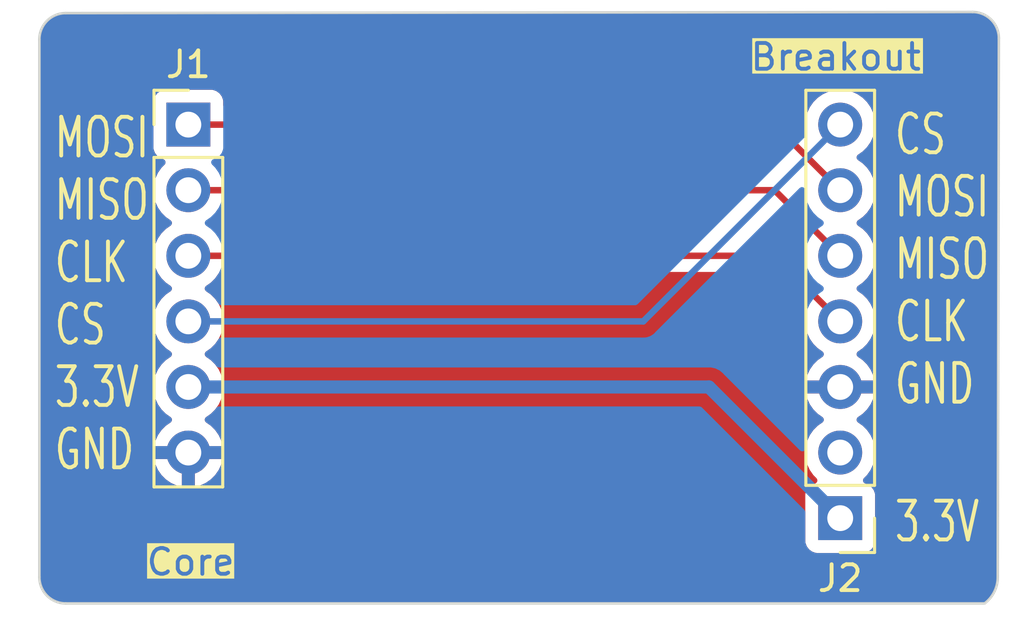
<source format=kicad_pcb>
(kicad_pcb (version 20221018) (generator pcbnew)
  (layers (0 "F.Cu" signal) (31 "B.Cu" signal) (34 "B.Paste" user) (35 "F.Paste" user) (36 "B.SilkS" user "B.Silkscreen") (37 "F.SilkS" user "F.Silkscreen") (38 "B.Mask" user) (39 "F.Mask" user) (44 "Edge.Cuts" user))
  (net 0 "")
  (net 1 "/MOSI")
  (net 2 "/MISO")
  (net 3 "/CLK")
  (net 4 "/CS")
  (net 5 "/3.3V")
  (net 6 "GND")
  (footprint "Connector_PinHeader_2.54mm:PinHeader_1x07_P2.54mm_Vertical" (layer "F.Cu") (at 147.574 73.66 180)
    (fp_text reference "J2" (at 0 -2.33) (layer "F.SilkS"))
    (fp_text value "Breakout Pins")
    (fp_line (start -1.33 -1.33) (end 0 -1.33) (stroke (width 0.12)) (layer "F.SilkS"))
    (fp_line (start -1.33 0) (end -1.33 -1.33) (stroke (width 0.12)) (layer "F.SilkS"))
    (fp_line (start -1.33 1.27) (end -1.33 16.57) (stroke (width 0.12)) (layer "F.SilkS"))
    (fp_line (start -1.33 1.27) (end 1.33 1.27) (stroke (width 0.12)) (layer "F.SilkS"))
    (fp_line (start -1.33 16.57) (end 1.33 16.57) (stroke (width 0.12)) (layer "F.SilkS"))
    (fp_line (start 1.33 1.27) (end 1.33 16.57) (stroke (width 0.12)) (layer "F.SilkS"))
    (pad "1" thru_hole rect (at 0 0 180) (size 1.7 1.7) (drill 1) (layers "*.Cu" "*.Mask") (net 5 "/3.3V"))
    (pad "2" thru_hole oval (at 0 2.54 180) (size 1.7 1.7) (drill 1) (layers "*.Cu" "*.Mask"))
    (pad "3" thru_hole oval (at 0 5.08 180) (size 1.7 1.7) (drill 1) (layers "*.Cu" "*.Mask") (net 6 "GND"))
    (pad "4" thru_hole oval (at 0 7.62 180) (size 1.7 1.7) (drill 1) (layers "*.Cu" "*.Mask") (net 3 "/CLK"))
    (pad "5" thru_hole oval (at 0 10.16 180) (size 1.7 1.7) (drill 1) (layers "*.Cu" "*.Mask") (net 2 "/MISO"))
    (pad "6" thru_hole oval (at 0 12.7 180) (size 1.7 1.7) (drill 1) (layers "*.Cu" "*.Mask") (net 1 "/MOSI"))
    (pad "7" thru_hole oval (at 0 15.24 180) (size 1.7 1.7) (drill 1) (layers "*.Cu" "*.Mask") (net 4 "/CS"))
  )
  (footprint "Connector_PinHeader_2.54mm:PinHeader_1x06_P2.54mm_Vertical" (layer "F.Cu") (at 122.35 58.42)
    (fp_text reference "J1" (at 0 -2.33) (layer "F.SilkS"))
    (fp_text value "Core-Pins")
    (fp_line (start -1.33 -1.33) (end 0 -1.33) (stroke (width 0.12)) (layer "F.SilkS"))
    (fp_line (start -1.33 0) (end -1.33 -1.33) (stroke (width 0.12)) (layer "F.SilkS"))
    (fp_line (start -1.33 1.27) (end -1.33 14.03) (stroke (width 0.12)) (layer "F.SilkS"))
    (fp_line (start -1.33 1.27) (end 1.33 1.27) (stroke (width 0.12)) (layer "F.SilkS"))
    (fp_line (start -1.33 14.03) (end 1.33 14.03) (stroke (width 0.12)) (layer "F.SilkS"))
    (fp_line (start 1.33 1.27) (end 1.33 14.03) (stroke (width 0.12)) (layer "F.SilkS"))
    (pad "1" thru_hole rect (at 0 0) (size 1.7 1.7) (drill 1) (layers "*.Cu" "*.Mask") (net 1 "/MOSI"))
    (pad "2" thru_hole oval (at 0 2.54) (size 1.7 1.7) (drill 1) (layers "*.Cu" "*.Mask") (net 2 "/MISO"))
    (pad "3" thru_hole oval (at 0 5.08) (size 1.7 1.7) (drill 1) (layers "*.Cu" "*.Mask") (net 3 "/CLK"))
    (pad "4" thru_hole oval (at 0 7.62) (size 1.7 1.7) (drill 1) (layers "*.Cu" "*.Mask") (net 4 "/CS"))
    (pad "5" thru_hole oval (at 0 10.16) (size 1.7 1.7) (drill 1) (layers "*.Cu" "*.Mask") (net 5 "/3.3V"))
    (pad "6" thru_hole oval (at 0 12.7) (size 1.7 1.7) (drill 1) (layers "*.Cu" "*.Mask") (net 6 "GND"))
  )
  (gr_line (start 116.586 55.118) (end 116.586 75.946) (stroke (width 0.1)) (layer "Edge.Cuts"))
  (gr_arc (start 153.67 75.946) (mid 153.535922 76.513961) (end 153.162 76.961999) (stroke (width 0.1)) (layer "Edge.Cuts"))
  (gr_line (start 153.71358 55.07442) (end 153.67 75.946) (stroke (width 0.1)) (layer "Edge.Cuts"))
  (gr_arc (start 116.586 55.118) (mid 116.88358 54.39958) (end 117.602 54.102) (stroke (width 0.1)) (layer "Edge.Cuts"))
  (gr_arc (start 117.602 76.962) (mid 116.88358 76.66442) (end 116.586 75.946) (stroke (width 0.1)) (layer "Edge.Cuts"))
  (gr_line (start 117.602 54.102) (end 152.69758 54.05842) (stroke (width 0.1)) (layer "Edge.Cuts"))
  (gr_arc (start 152.69758 54.05842) (mid 153.416 54.356) (end 153.71358 55.07442) (stroke (width 0.1)) (layer "Edge.Cuts"))
  (gr_line (start 117.602 76.962) (end 153.162 76.961999) (stroke (width 0.1)) (layer "Edge.Cuts"))
  (gr_text "MOSI\nMISO\nCLK\nCS\n3.3V\nGND" (at 117.094 71.882) (layer "F.SilkS") (effects (font (size 1.5 1)) (justify left bottom)))
  (gr_text "Breakout" (at 144.018 56.388) (layer "F.SilkS" knockout) (effects (font (size 1 1)) (justify left bottom)))
  (gr_text "CS\nMOSI\nMISO\nCLK\nGND" (at 149.606 69.342) (layer "F.SilkS") (effects (font (size 1.5 1)) (justify left bottom)))
  (gr_text "Core" (at 120.65 75.946) (layer "F.SilkS" knockout) (effects (font (size 1 1)) (justify left bottom)))
  (gr_text "3.3V" (at 149.606 74.676) (layer "F.SilkS") (effects (font (size 1.5 1)) (justify left bottom)))
  (segment (start 122.35 58.42) (end 145.034 58.42) (width 0.25) (layer "F.Cu") (net 1))
  (segment (start 145.034 58.42) (end 147.574 60.96) (width 0.25) (layer "F.Cu") (net 1))
  (segment (start 145.034 60.96) (end 147.574 63.5) (width 0.25) (layer "F.Cu") (net 2))
  (segment (start 122.35 60.96) (end 145.034 60.96) (width 0.25) (layer "F.Cu") (net 2))
  (segment (start 122.35 63.5) (end 145.034 63.5) (width 0.25) (layer "F.Cu") (net 3))
  (segment (start 145.034 63.5) (end 147.574 66.04) (width 0.25) (layer "F.Cu") (net 3))
  (segment (start 122.35 66.04) (end 139.954 66.04) (width 0.25) (layer "B.Cu") (net 4))
  (segment (start 139.954 66.04) (end 147.574 58.42) (width 0.25) (layer "B.Cu") (net 4))
  (segment (start 142.494 68.58) (end 147.574 73.66) (width 0.508) (layer "B.Cu") (net 5))
  (segment (start 122.35 68.58) (end 142.494 68.58) (width 0.508) (layer "B.Cu") (net 5))
  (zone (net 6) (net_name "GND") (layer "F.Cu") (connect_pads (clearance 0.5)) (min_thickness 0.25) (fill yes (thermal_gap 0.5) (thermal_bridge_width 0.5))
    (polygon (pts (xy 116.078 53.848) (xy 153.67 53.848) (xy 153.67 77.216) (xy 116.332 77.216) (xy 116.332 53.594)))
  )
  (zone (net 6) (net_name "GND") (layer "B.Cu") (priority 1) (connect_pads (clearance 0.5)) (min_thickness 0.25) (fill yes (thermal_gap 0.5) (thermal_bridge_width 0.5))
    (polygon (pts (xy 115.062 53.594) (xy 154.686 53.848) (xy 154.686 77.216) (xy 115.316 77.724) (xy 115.316 53.594)))
  )
)
</source>
